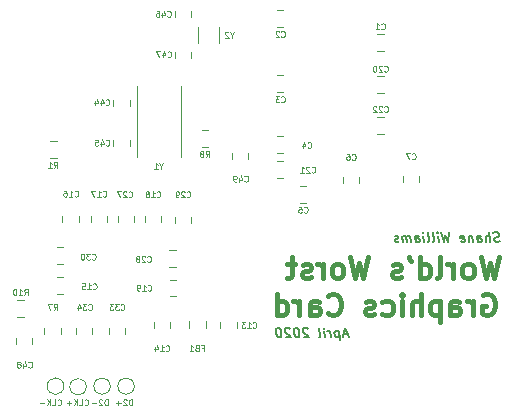
<source format=gbr>
G04 #@! TF.GenerationSoftware,KiCad,Pcbnew,(5.0.1-3-g963ef8bb5)*
G04 #@! TF.CreationDate,2020-04-18T14:55:13-02:30*
G04 #@! TF.ProjectId,graphics-card,67726170686963732D636172642E6B69,rev?*
G04 #@! TF.SameCoordinates,Original*
G04 #@! TF.FileFunction,Legend,Bot*
G04 #@! TF.FilePolarity,Positive*
%FSLAX46Y46*%
G04 Gerber Fmt 4.6, Leading zero omitted, Abs format (unit mm)*
G04 Created by KiCad (PCBNEW (5.0.1-3-g963ef8bb5)) date Saturday, April 18, 2020 at 02:55:13 pm*
%MOMM*%
%LPD*%
G01*
G04 APERTURE LIST*
%ADD10C,0.200000*%
%ADD11C,0.450000*%
%ADD12C,0.120000*%
%ADD13C,0.125000*%
G04 APERTURE END LIST*
D10*
X143230988Y-145103833D02*
X142850035Y-145103833D01*
X143335750Y-145332404D02*
X142969083Y-144532404D01*
X142802416Y-145332404D01*
X142469083Y-144799071D02*
X142569083Y-145599071D01*
X142473845Y-144837166D02*
X142392892Y-144799071D01*
X142240511Y-144799071D01*
X142169083Y-144837166D01*
X142135750Y-144875261D01*
X142107178Y-144951452D01*
X142135750Y-145180023D01*
X142183369Y-145256214D01*
X142226226Y-145294309D01*
X142307178Y-145332404D01*
X142459559Y-145332404D01*
X142530988Y-145294309D01*
X141811940Y-145332404D02*
X141745273Y-144799071D01*
X141764321Y-144951452D02*
X141716702Y-144875261D01*
X141673845Y-144837166D01*
X141592892Y-144799071D01*
X141516702Y-144799071D01*
X141316702Y-145332404D02*
X141250035Y-144799071D01*
X141216702Y-144532404D02*
X141259559Y-144570500D01*
X141226226Y-144608595D01*
X141183369Y-144570500D01*
X141216702Y-144532404D01*
X141226226Y-144608595D01*
X140821464Y-145332404D02*
X140892892Y-145294309D01*
X140921464Y-145218119D01*
X140835750Y-144532404D01*
X139854797Y-144608595D02*
X139811940Y-144570500D01*
X139730988Y-144532404D01*
X139540511Y-144532404D01*
X139469083Y-144570500D01*
X139435750Y-144608595D01*
X139407178Y-144684785D01*
X139416702Y-144760976D01*
X139469083Y-144875261D01*
X139983369Y-145332404D01*
X139488130Y-145332404D01*
X138892892Y-144532404D02*
X138816702Y-144532404D01*
X138745273Y-144570500D01*
X138711940Y-144608595D01*
X138683369Y-144684785D01*
X138664321Y-144837166D01*
X138688130Y-145027642D01*
X138745273Y-145180023D01*
X138792892Y-145256214D01*
X138835750Y-145294309D01*
X138916702Y-145332404D01*
X138992892Y-145332404D01*
X139064321Y-145294309D01*
X139097654Y-145256214D01*
X139126226Y-145180023D01*
X139145273Y-145027642D01*
X139121464Y-144837166D01*
X139064321Y-144684785D01*
X139016702Y-144608595D01*
X138973845Y-144570500D01*
X138892892Y-144532404D01*
X138330988Y-144608595D02*
X138288130Y-144570500D01*
X138207178Y-144532404D01*
X138016702Y-144532404D01*
X137945273Y-144570500D01*
X137911940Y-144608595D01*
X137883369Y-144684785D01*
X137892892Y-144760976D01*
X137945273Y-144875261D01*
X138459559Y-145332404D01*
X137964321Y-145332404D01*
X137369083Y-144532404D02*
X137292892Y-144532404D01*
X137221464Y-144570500D01*
X137188130Y-144608595D01*
X137159559Y-144684785D01*
X137140511Y-144837166D01*
X137164321Y-145027642D01*
X137221464Y-145180023D01*
X137269083Y-145256214D01*
X137311940Y-145294309D01*
X137392892Y-145332404D01*
X137469083Y-145332404D01*
X137540511Y-145294309D01*
X137573845Y-145256214D01*
X137602416Y-145180023D01*
X137621464Y-145027642D01*
X137597654Y-144837166D01*
X137540511Y-144684785D01*
X137492892Y-144608595D01*
X137450035Y-144570500D01*
X137369083Y-144532404D01*
D11*
X156031000Y-138536285D02*
X155602428Y-140336285D01*
X155259571Y-139050571D01*
X154916714Y-140336285D01*
X154488142Y-138536285D01*
X153545285Y-140336285D02*
X153716714Y-140250571D01*
X153802428Y-140164857D01*
X153888142Y-139993428D01*
X153888142Y-139479142D01*
X153802428Y-139307714D01*
X153716714Y-139222000D01*
X153545285Y-139136285D01*
X153288142Y-139136285D01*
X153116714Y-139222000D01*
X153031000Y-139307714D01*
X152945285Y-139479142D01*
X152945285Y-139993428D01*
X153031000Y-140164857D01*
X153116714Y-140250571D01*
X153288142Y-140336285D01*
X153545285Y-140336285D01*
X152173857Y-140336285D02*
X152173857Y-139136285D01*
X152173857Y-139479142D02*
X152088142Y-139307714D01*
X152002428Y-139222000D01*
X151831000Y-139136285D01*
X151659571Y-139136285D01*
X150802428Y-140336285D02*
X150973857Y-140250571D01*
X151059571Y-140079142D01*
X151059571Y-138536285D01*
X149345285Y-140336285D02*
X149345285Y-138536285D01*
X149345285Y-140250571D02*
X149516714Y-140336285D01*
X149859571Y-140336285D01*
X150031000Y-140250571D01*
X150116714Y-140164857D01*
X150202428Y-139993428D01*
X150202428Y-139479142D01*
X150116714Y-139307714D01*
X150031000Y-139222000D01*
X149859571Y-139136285D01*
X149516714Y-139136285D01*
X149345285Y-139222000D01*
X148402428Y-138536285D02*
X148402428Y-138622000D01*
X148488142Y-138793428D01*
X148573857Y-138879142D01*
X147716714Y-140250571D02*
X147545285Y-140336285D01*
X147202428Y-140336285D01*
X147031000Y-140250571D01*
X146945285Y-140079142D01*
X146945285Y-139993428D01*
X147031000Y-139822000D01*
X147202428Y-139736285D01*
X147459571Y-139736285D01*
X147631000Y-139650571D01*
X147716714Y-139479142D01*
X147716714Y-139393428D01*
X147631000Y-139222000D01*
X147459571Y-139136285D01*
X147202428Y-139136285D01*
X147031000Y-139222000D01*
X144973857Y-138536285D02*
X144545285Y-140336285D01*
X144202428Y-139050571D01*
X143859571Y-140336285D01*
X143431000Y-138536285D01*
X142488142Y-140336285D02*
X142659571Y-140250571D01*
X142745285Y-140164857D01*
X142831000Y-139993428D01*
X142831000Y-139479142D01*
X142745285Y-139307714D01*
X142659571Y-139222000D01*
X142488142Y-139136285D01*
X142231000Y-139136285D01*
X142059571Y-139222000D01*
X141973857Y-139307714D01*
X141888142Y-139479142D01*
X141888142Y-139993428D01*
X141973857Y-140164857D01*
X142059571Y-140250571D01*
X142231000Y-140336285D01*
X142488142Y-140336285D01*
X141116714Y-140336285D02*
X141116714Y-139136285D01*
X141116714Y-139479142D02*
X141031000Y-139307714D01*
X140945285Y-139222000D01*
X140773857Y-139136285D01*
X140602428Y-139136285D01*
X140088142Y-140250571D02*
X139916714Y-140336285D01*
X139573857Y-140336285D01*
X139402428Y-140250571D01*
X139316714Y-140079142D01*
X139316714Y-139993428D01*
X139402428Y-139822000D01*
X139573857Y-139736285D01*
X139831000Y-139736285D01*
X140002428Y-139650571D01*
X140088142Y-139479142D01*
X140088142Y-139393428D01*
X140002428Y-139222000D01*
X139831000Y-139136285D01*
X139573857Y-139136285D01*
X139402428Y-139222000D01*
X138802428Y-139136285D02*
X138116714Y-139136285D01*
X138545285Y-138536285D02*
X138545285Y-140079142D01*
X138459571Y-140250571D01*
X138288142Y-140336285D01*
X138116714Y-140336285D01*
X154659571Y-141772000D02*
X154831000Y-141686285D01*
X155088142Y-141686285D01*
X155345285Y-141772000D01*
X155516714Y-141943428D01*
X155602428Y-142114857D01*
X155688142Y-142457714D01*
X155688142Y-142714857D01*
X155602428Y-143057714D01*
X155516714Y-143229142D01*
X155345285Y-143400571D01*
X155088142Y-143486285D01*
X154916714Y-143486285D01*
X154659571Y-143400571D01*
X154573857Y-143314857D01*
X154573857Y-142714857D01*
X154916714Y-142714857D01*
X153802428Y-143486285D02*
X153802428Y-142286285D01*
X153802428Y-142629142D02*
X153716714Y-142457714D01*
X153631000Y-142372000D01*
X153459571Y-142286285D01*
X153288142Y-142286285D01*
X151916714Y-143486285D02*
X151916714Y-142543428D01*
X152002428Y-142372000D01*
X152173857Y-142286285D01*
X152516714Y-142286285D01*
X152688142Y-142372000D01*
X151916714Y-143400571D02*
X152088142Y-143486285D01*
X152516714Y-143486285D01*
X152688142Y-143400571D01*
X152773857Y-143229142D01*
X152773857Y-143057714D01*
X152688142Y-142886285D01*
X152516714Y-142800571D01*
X152088142Y-142800571D01*
X151916714Y-142714857D01*
X151059571Y-142286285D02*
X151059571Y-144086285D01*
X151059571Y-142372000D02*
X150888142Y-142286285D01*
X150545285Y-142286285D01*
X150373857Y-142372000D01*
X150288142Y-142457714D01*
X150202428Y-142629142D01*
X150202428Y-143143428D01*
X150288142Y-143314857D01*
X150373857Y-143400571D01*
X150545285Y-143486285D01*
X150888142Y-143486285D01*
X151059571Y-143400571D01*
X149431000Y-143486285D02*
X149431000Y-141686285D01*
X148659571Y-143486285D02*
X148659571Y-142543428D01*
X148745285Y-142372000D01*
X148916714Y-142286285D01*
X149173857Y-142286285D01*
X149345285Y-142372000D01*
X149431000Y-142457714D01*
X147802428Y-143486285D02*
X147802428Y-142286285D01*
X147802428Y-141686285D02*
X147888142Y-141772000D01*
X147802428Y-141857714D01*
X147716714Y-141772000D01*
X147802428Y-141686285D01*
X147802428Y-141857714D01*
X146173857Y-143400571D02*
X146345285Y-143486285D01*
X146688142Y-143486285D01*
X146859571Y-143400571D01*
X146945285Y-143314857D01*
X147031000Y-143143428D01*
X147031000Y-142629142D01*
X146945285Y-142457714D01*
X146859571Y-142372000D01*
X146688142Y-142286285D01*
X146345285Y-142286285D01*
X146173857Y-142372000D01*
X145488142Y-143400571D02*
X145316714Y-143486285D01*
X144973857Y-143486285D01*
X144802428Y-143400571D01*
X144716714Y-143229142D01*
X144716714Y-143143428D01*
X144802428Y-142972000D01*
X144973857Y-142886285D01*
X145231000Y-142886285D01*
X145402428Y-142800571D01*
X145488142Y-142629142D01*
X145488142Y-142543428D01*
X145402428Y-142372000D01*
X145231000Y-142286285D01*
X144973857Y-142286285D01*
X144802428Y-142372000D01*
X141545285Y-143314857D02*
X141631000Y-143400571D01*
X141888142Y-143486285D01*
X142059571Y-143486285D01*
X142316714Y-143400571D01*
X142488142Y-143229142D01*
X142573857Y-143057714D01*
X142659571Y-142714857D01*
X142659571Y-142457714D01*
X142573857Y-142114857D01*
X142488142Y-141943428D01*
X142316714Y-141772000D01*
X142059571Y-141686285D01*
X141888142Y-141686285D01*
X141631000Y-141772000D01*
X141545285Y-141857714D01*
X140002428Y-143486285D02*
X140002428Y-142543428D01*
X140088142Y-142372000D01*
X140259571Y-142286285D01*
X140602428Y-142286285D01*
X140773857Y-142372000D01*
X140002428Y-143400571D02*
X140173857Y-143486285D01*
X140602428Y-143486285D01*
X140773857Y-143400571D01*
X140859571Y-143229142D01*
X140859571Y-143057714D01*
X140773857Y-142886285D01*
X140602428Y-142800571D01*
X140173857Y-142800571D01*
X140002428Y-142714857D01*
X139145285Y-143486285D02*
X139145285Y-142286285D01*
X139145285Y-142629142D02*
X139059571Y-142457714D01*
X138973857Y-142372000D01*
X138802428Y-142286285D01*
X138631000Y-142286285D01*
X137259571Y-143486285D02*
X137259571Y-141686285D01*
X137259571Y-143400571D02*
X137431000Y-143486285D01*
X137773857Y-143486285D01*
X137945285Y-143400571D01*
X138031000Y-143314857D01*
X138116714Y-143143428D01*
X138116714Y-142629142D01*
X138031000Y-142457714D01*
X137945285Y-142372000D01*
X137773857Y-142286285D01*
X137431000Y-142286285D01*
X137259571Y-142372000D01*
D10*
X156094321Y-137229809D02*
X155984797Y-137267904D01*
X155794321Y-137267904D01*
X155713369Y-137229809D01*
X155670511Y-137191714D01*
X155622892Y-137115523D01*
X155613369Y-137039333D01*
X155641940Y-136963142D01*
X155675273Y-136925047D01*
X155746702Y-136886952D01*
X155894321Y-136848857D01*
X155965750Y-136810761D01*
X155999083Y-136772666D01*
X156027654Y-136696476D01*
X156018130Y-136620285D01*
X155970511Y-136544095D01*
X155927654Y-136506000D01*
X155846702Y-136467904D01*
X155656226Y-136467904D01*
X155546702Y-136506000D01*
X155299083Y-137267904D02*
X155199083Y-136467904D01*
X154956226Y-137267904D02*
X154903845Y-136848857D01*
X154932416Y-136772666D01*
X155003845Y-136734571D01*
X155118130Y-136734571D01*
X155199083Y-136772666D01*
X155241940Y-136810761D01*
X154232416Y-137267904D02*
X154180035Y-136848857D01*
X154208607Y-136772666D01*
X154280035Y-136734571D01*
X154432416Y-136734571D01*
X154513369Y-136772666D01*
X154227654Y-137229809D02*
X154308607Y-137267904D01*
X154499083Y-137267904D01*
X154570511Y-137229809D01*
X154599083Y-137153619D01*
X154589559Y-137077428D01*
X154541940Y-137001238D01*
X154460988Y-136963142D01*
X154270511Y-136963142D01*
X154189559Y-136925047D01*
X153784797Y-136734571D02*
X153851464Y-137267904D01*
X153794321Y-136810761D02*
X153751464Y-136772666D01*
X153670511Y-136734571D01*
X153556226Y-136734571D01*
X153484797Y-136772666D01*
X153456226Y-136848857D01*
X153508607Y-137267904D01*
X152818130Y-137229809D02*
X152899083Y-137267904D01*
X153051464Y-137267904D01*
X153122892Y-137229809D01*
X153151464Y-137153619D01*
X153113369Y-136848857D01*
X153065750Y-136772666D01*
X152984797Y-136734571D01*
X152832416Y-136734571D01*
X152760988Y-136772666D01*
X152732416Y-136848857D01*
X152741940Y-136925047D01*
X153132416Y-137001238D01*
X151808607Y-136467904D02*
X151718130Y-137267904D01*
X151494321Y-136696476D01*
X151413369Y-137267904D01*
X151122892Y-136467904D01*
X150918130Y-137267904D02*
X150851464Y-136734571D01*
X150818130Y-136467904D02*
X150860988Y-136506000D01*
X150827654Y-136544095D01*
X150784797Y-136506000D01*
X150818130Y-136467904D01*
X150827654Y-136544095D01*
X150422892Y-137267904D02*
X150494321Y-137229809D01*
X150522892Y-137153619D01*
X150437178Y-136467904D01*
X150003845Y-137267904D02*
X150075273Y-137229809D01*
X150103845Y-137153619D01*
X150018130Y-136467904D01*
X149699083Y-137267904D02*
X149632416Y-136734571D01*
X149599083Y-136467904D02*
X149641940Y-136506000D01*
X149608607Y-136544095D01*
X149565750Y-136506000D01*
X149599083Y-136467904D01*
X149608607Y-136544095D01*
X148975273Y-137267904D02*
X148922892Y-136848857D01*
X148951464Y-136772666D01*
X149022892Y-136734571D01*
X149175273Y-136734571D01*
X149256226Y-136772666D01*
X148970511Y-137229809D02*
X149051464Y-137267904D01*
X149241940Y-137267904D01*
X149313369Y-137229809D01*
X149341940Y-137153619D01*
X149332416Y-137077428D01*
X149284797Y-137001238D01*
X149203845Y-136963142D01*
X149013369Y-136963142D01*
X148932416Y-136925047D01*
X148594321Y-137267904D02*
X148527654Y-136734571D01*
X148537178Y-136810761D02*
X148494321Y-136772666D01*
X148413369Y-136734571D01*
X148299083Y-136734571D01*
X148227654Y-136772666D01*
X148199083Y-136848857D01*
X148251464Y-137267904D01*
X148199083Y-136848857D02*
X148151464Y-136772666D01*
X148070511Y-136734571D01*
X147956226Y-136734571D01*
X147884797Y-136772666D01*
X147856226Y-136848857D01*
X147908607Y-137267904D01*
X147560988Y-137229809D02*
X147489559Y-137267904D01*
X147337178Y-137267904D01*
X147256226Y-137229809D01*
X147208607Y-137153619D01*
X147203845Y-137115523D01*
X147232416Y-137039333D01*
X147303845Y-137001238D01*
X147418130Y-137001238D01*
X147489559Y-136963142D01*
X147518130Y-136886952D01*
X147513369Y-136848857D01*
X147465750Y-136772666D01*
X147384797Y-136734571D01*
X147270511Y-136734571D01*
X147199083Y-136772666D01*
D12*
G04 #@! TO.C,CLK+*
X121096000Y-149526114D02*
G75*
G03X121096000Y-149526114I-700000J0D01*
G01*
G04 #@! TO.C,C20*
X146260078Y-124662000D02*
X145742922Y-124662000D01*
X146260078Y-123242000D02*
X145742922Y-123242000D01*
G04 #@! TO.C,C44*
X124789000Y-125217422D02*
X124789000Y-125734578D01*
X123369000Y-125217422D02*
X123369000Y-125734578D01*
G04 #@! TO.C,C45*
X124789000Y-129163578D02*
X124789000Y-128646422D01*
X123369000Y-129163578D02*
X123369000Y-128646422D01*
G04 #@! TO.C,C46*
X128576000Y-117724422D02*
X128576000Y-118241578D01*
X129996000Y-117724422D02*
X129996000Y-118241578D01*
G04 #@! TO.C,C47*
X128576000Y-121670578D02*
X128576000Y-121153422D01*
X129996000Y-121670578D02*
X129996000Y-121153422D01*
G04 #@! TO.C,R8*
X130853922Y-127814000D02*
X131371078Y-127814000D01*
X130853922Y-129234000D02*
X131371078Y-129234000D01*
G04 #@! TO.C,Y1*
X125376526Y-124074783D02*
X125376526Y-130074783D01*
X129096526Y-124074783D02*
X129096526Y-130074783D01*
G04 #@! TO.C,Y2*
X130575258Y-120382585D02*
X130575258Y-119032585D01*
X132325258Y-120382585D02*
X132325258Y-119032585D01*
G04 #@! TO.C,C1*
X146260078Y-121106000D02*
X145742922Y-121106000D01*
X146260078Y-119686000D02*
X145742922Y-119686000D01*
G04 #@! TO.C,C2*
X137203922Y-117654000D02*
X137721078Y-117654000D01*
X137203922Y-119074000D02*
X137721078Y-119074000D01*
G04 #@! TO.C,C3*
X137233922Y-123115000D02*
X137751078Y-123115000D01*
X137233922Y-124535000D02*
X137751078Y-124535000D01*
G04 #@! TO.C,C4*
X137218922Y-129742000D02*
X137736078Y-129742000D01*
X137218922Y-128322000D02*
X137736078Y-128322000D01*
G04 #@! TO.C,C5*
X139172422Y-132513000D02*
X139689578Y-132513000D01*
X139172422Y-133933000D02*
X139689578Y-133933000D01*
G04 #@! TO.C,C6*
X144220000Y-132290078D02*
X144220000Y-131772922D01*
X142800000Y-132290078D02*
X142800000Y-131772922D01*
G04 #@! TO.C,C7*
X147880000Y-132211578D02*
X147880000Y-131694422D01*
X149300000Y-132211578D02*
X149300000Y-131694422D01*
G04 #@! TO.C,C13*
X133869500Y-144558278D02*
X133869500Y-144041122D01*
X132449500Y-144558278D02*
X132449500Y-144041122D01*
G04 #@! TO.C,C14*
X126798000Y-144041122D02*
X126798000Y-144558278D01*
X128218000Y-144041122D02*
X128218000Y-144558278D01*
G04 #@! TO.C,C15*
X118585722Y-140260000D02*
X119102878Y-140260000D01*
X118585722Y-141680000D02*
X119102878Y-141680000D01*
G04 #@! TO.C,C16*
X119051000Y-135074922D02*
X119051000Y-135592078D01*
X120471000Y-135074922D02*
X120471000Y-135592078D01*
G04 #@! TO.C,C17*
X122884000Y-135074922D02*
X122884000Y-135592078D01*
X121464000Y-135074922D02*
X121464000Y-135592078D01*
G04 #@! TO.C,C18*
X126036000Y-135074922D02*
X126036000Y-135592078D01*
X127456000Y-135074922D02*
X127456000Y-135592078D01*
G04 #@! TO.C,C19*
X128704078Y-141883200D02*
X128186922Y-141883200D01*
X128704078Y-140463200D02*
X128186922Y-140463200D01*
G04 #@! TO.C,C21*
X137203922Y-131837500D02*
X137721078Y-131837500D01*
X137203922Y-130417500D02*
X137721078Y-130417500D01*
G04 #@! TO.C,C22*
X146260078Y-128091000D02*
X145742922Y-128091000D01*
X146260078Y-126671000D02*
X145742922Y-126671000D01*
G04 #@! TO.C,C27*
X123750000Y-135044922D02*
X123750000Y-135562078D01*
X125170000Y-135044922D02*
X125170000Y-135562078D01*
G04 #@! TO.C,C28*
X128655578Y-139394000D02*
X128138422Y-139394000D01*
X128655578Y-137974000D02*
X128138422Y-137974000D01*
G04 #@! TO.C,C29*
X128576000Y-135123422D02*
X128576000Y-135640578D01*
X129996000Y-135123422D02*
X129996000Y-135640578D01*
G04 #@! TO.C,C30*
X118613422Y-137720000D02*
X119130578Y-137720000D01*
X118613422Y-139140000D02*
X119130578Y-139140000D01*
G04 #@! TO.C,C33*
X124408000Y-145087078D02*
X124408000Y-144569922D01*
X122988000Y-145087078D02*
X122988000Y-144569922D01*
G04 #@! TO.C,C34*
X120194000Y-145087078D02*
X120194000Y-144569922D01*
X121614000Y-145087078D02*
X121614000Y-144569922D01*
G04 #@! TO.C,FB1*
X129782500Y-143998422D02*
X129782500Y-144515578D01*
X131202500Y-143998422D02*
X131202500Y-144515578D01*
G04 #@! TO.C,R1*
X118056922Y-130123000D02*
X118574078Y-130123000D01*
X118056922Y-128703000D02*
X118574078Y-128703000D01*
G04 #@! TO.C,R7*
X118947000Y-145038578D02*
X118947000Y-144521422D01*
X117527000Y-145038578D02*
X117527000Y-144521422D01*
G04 #@! TO.C,D2+*
X125160000Y-149479000D02*
G75*
G03X125160000Y-149479000I-700000J0D01*
G01*
G04 #@! TO.C,D2-*
X123128000Y-149479000D02*
G75*
G03X123128000Y-149479000I-700000J0D01*
G01*
G04 #@! TO.C,CLK-*
X119191000Y-149479000D02*
G75*
G03X119191000Y-149479000I-700000J0D01*
G01*
G04 #@! TO.C,C48*
X116534000Y-145361922D02*
X116534000Y-145879078D01*
X115114000Y-145361922D02*
X115114000Y-145879078D01*
G04 #@! TO.C,C49*
X133402000Y-129740922D02*
X133402000Y-130258078D01*
X134822000Y-129740922D02*
X134822000Y-130258078D01*
G04 #@! TO.C,R10*
X115780078Y-142165000D02*
X115262922Y-142165000D01*
X115780078Y-143585000D02*
X115262922Y-143585000D01*
G04 #@! TO.C,CLK+*
D13*
X120952342Y-151054571D02*
X120976152Y-151078380D01*
X121047580Y-151102190D01*
X121095200Y-151102190D01*
X121166628Y-151078380D01*
X121214247Y-151030761D01*
X121238057Y-150983142D01*
X121261866Y-150887904D01*
X121261866Y-150816476D01*
X121238057Y-150721238D01*
X121214247Y-150673619D01*
X121166628Y-150626000D01*
X121095200Y-150602190D01*
X121047580Y-150602190D01*
X120976152Y-150626000D01*
X120952342Y-150649809D01*
X120499961Y-151102190D02*
X120738057Y-151102190D01*
X120738057Y-150602190D01*
X120333295Y-151102190D02*
X120333295Y-150602190D01*
X120047580Y-151102190D02*
X120261866Y-150816476D01*
X120047580Y-150602190D02*
X120333295Y-150887904D01*
X119833295Y-150911714D02*
X119452342Y-150911714D01*
X119642819Y-151102190D02*
X119642819Y-150721238D01*
G04 #@! TO.C,C20*
X146320628Y-122809771D02*
X146344438Y-122833580D01*
X146415866Y-122857390D01*
X146463485Y-122857390D01*
X146534914Y-122833580D01*
X146582533Y-122785961D01*
X146606342Y-122738342D01*
X146630152Y-122643104D01*
X146630152Y-122571676D01*
X146606342Y-122476438D01*
X146582533Y-122428819D01*
X146534914Y-122381200D01*
X146463485Y-122357390D01*
X146415866Y-122357390D01*
X146344438Y-122381200D01*
X146320628Y-122405009D01*
X146130152Y-122405009D02*
X146106342Y-122381200D01*
X146058723Y-122357390D01*
X145939676Y-122357390D01*
X145892057Y-122381200D01*
X145868247Y-122405009D01*
X145844438Y-122452628D01*
X145844438Y-122500247D01*
X145868247Y-122571676D01*
X146153961Y-122857390D01*
X145844438Y-122857390D01*
X145534914Y-122357390D02*
X145487295Y-122357390D01*
X145439676Y-122381200D01*
X145415866Y-122405009D01*
X145392057Y-122452628D01*
X145368247Y-122547866D01*
X145368247Y-122666914D01*
X145392057Y-122762152D01*
X145415866Y-122809771D01*
X145439676Y-122833580D01*
X145487295Y-122857390D01*
X145534914Y-122857390D01*
X145582533Y-122833580D01*
X145606342Y-122809771D01*
X145630152Y-122762152D01*
X145653961Y-122666914D01*
X145653961Y-122547866D01*
X145630152Y-122452628D01*
X145606342Y-122405009D01*
X145582533Y-122381200D01*
X145534914Y-122357390D01*
G04 #@! TO.C,C44*
X122750428Y-125654571D02*
X122774238Y-125678380D01*
X122845666Y-125702190D01*
X122893285Y-125702190D01*
X122964714Y-125678380D01*
X123012333Y-125630761D01*
X123036142Y-125583142D01*
X123059952Y-125487904D01*
X123059952Y-125416476D01*
X123036142Y-125321238D01*
X123012333Y-125273619D01*
X122964714Y-125226000D01*
X122893285Y-125202190D01*
X122845666Y-125202190D01*
X122774238Y-125226000D01*
X122750428Y-125249809D01*
X122321857Y-125368857D02*
X122321857Y-125702190D01*
X122440904Y-125178380D02*
X122559952Y-125535523D01*
X122250428Y-125535523D01*
X121845666Y-125368857D02*
X121845666Y-125702190D01*
X121964714Y-125178380D02*
X122083761Y-125535523D01*
X121774238Y-125535523D01*
G04 #@! TO.C,C45*
X122749428Y-129058171D02*
X122773238Y-129081980D01*
X122844666Y-129105790D01*
X122892285Y-129105790D01*
X122963714Y-129081980D01*
X123011333Y-129034361D01*
X123035142Y-128986742D01*
X123058952Y-128891504D01*
X123058952Y-128820076D01*
X123035142Y-128724838D01*
X123011333Y-128677219D01*
X122963714Y-128629600D01*
X122892285Y-128605790D01*
X122844666Y-128605790D01*
X122773238Y-128629600D01*
X122749428Y-128653409D01*
X122320857Y-128772457D02*
X122320857Y-129105790D01*
X122439904Y-128581980D02*
X122558952Y-128939123D01*
X122249428Y-128939123D01*
X121820857Y-128605790D02*
X122058952Y-128605790D01*
X122082761Y-128843885D01*
X122058952Y-128820076D01*
X122011333Y-128796266D01*
X121892285Y-128796266D01*
X121844666Y-128820076D01*
X121820857Y-128843885D01*
X121797047Y-128891504D01*
X121797047Y-129010552D01*
X121820857Y-129058171D01*
X121844666Y-129081980D01*
X121892285Y-129105790D01*
X122011333Y-129105790D01*
X122058952Y-129081980D01*
X122082761Y-129058171D01*
G04 #@! TO.C,C46*
X127957428Y-118161571D02*
X127981238Y-118185380D01*
X128052666Y-118209190D01*
X128100285Y-118209190D01*
X128171714Y-118185380D01*
X128219333Y-118137761D01*
X128243142Y-118090142D01*
X128266952Y-117994904D01*
X128266952Y-117923476D01*
X128243142Y-117828238D01*
X128219333Y-117780619D01*
X128171714Y-117733000D01*
X128100285Y-117709190D01*
X128052666Y-117709190D01*
X127981238Y-117733000D01*
X127957428Y-117756809D01*
X127528857Y-117875857D02*
X127528857Y-118209190D01*
X127647904Y-117685380D02*
X127766952Y-118042523D01*
X127457428Y-118042523D01*
X127052666Y-117709190D02*
X127147904Y-117709190D01*
X127195523Y-117733000D01*
X127219333Y-117756809D01*
X127266952Y-117828238D01*
X127290761Y-117923476D01*
X127290761Y-118113952D01*
X127266952Y-118161571D01*
X127243142Y-118185380D01*
X127195523Y-118209190D01*
X127100285Y-118209190D01*
X127052666Y-118185380D01*
X127028857Y-118161571D01*
X127005047Y-118113952D01*
X127005047Y-117994904D01*
X127028857Y-117947285D01*
X127052666Y-117923476D01*
X127100285Y-117899666D01*
X127195523Y-117899666D01*
X127243142Y-117923476D01*
X127266952Y-117947285D01*
X127290761Y-117994904D01*
G04 #@! TO.C,C47*
X127981828Y-121590571D02*
X128005638Y-121614380D01*
X128077066Y-121638190D01*
X128124685Y-121638190D01*
X128196114Y-121614380D01*
X128243733Y-121566761D01*
X128267542Y-121519142D01*
X128291352Y-121423904D01*
X128291352Y-121352476D01*
X128267542Y-121257238D01*
X128243733Y-121209619D01*
X128196114Y-121162000D01*
X128124685Y-121138190D01*
X128077066Y-121138190D01*
X128005638Y-121162000D01*
X127981828Y-121185809D01*
X127553257Y-121304857D02*
X127553257Y-121638190D01*
X127672304Y-121114380D02*
X127791352Y-121471523D01*
X127481828Y-121471523D01*
X127338971Y-121138190D02*
X127005638Y-121138190D01*
X127219923Y-121638190D01*
G04 #@! TO.C,R8*
X131198133Y-130070990D02*
X131364800Y-129832895D01*
X131483847Y-130070990D02*
X131483847Y-129570990D01*
X131293371Y-129570990D01*
X131245752Y-129594800D01*
X131221942Y-129618609D01*
X131198133Y-129666228D01*
X131198133Y-129737657D01*
X131221942Y-129785276D01*
X131245752Y-129809085D01*
X131293371Y-129832895D01*
X131483847Y-129832895D01*
X130912419Y-129785276D02*
X130960038Y-129761466D01*
X130983847Y-129737657D01*
X131007657Y-129690038D01*
X131007657Y-129666228D01*
X130983847Y-129618609D01*
X130960038Y-129594800D01*
X130912419Y-129570990D01*
X130817180Y-129570990D01*
X130769561Y-129594800D01*
X130745752Y-129618609D01*
X130721942Y-129666228D01*
X130721942Y-129690038D01*
X130745752Y-129737657D01*
X130769561Y-129761466D01*
X130817180Y-129785276D01*
X130912419Y-129785276D01*
X130960038Y-129809085D01*
X130983847Y-129832895D01*
X131007657Y-129880514D01*
X131007657Y-129975752D01*
X130983847Y-130023371D01*
X130960038Y-130047180D01*
X130912419Y-130070990D01*
X130817180Y-130070990D01*
X130769561Y-130047180D01*
X130745752Y-130023371D01*
X130721942Y-129975752D01*
X130721942Y-129880514D01*
X130745752Y-129832895D01*
X130769561Y-129809085D01*
X130817180Y-129785276D01*
G04 #@! TO.C,Y1*
X127441295Y-130848895D02*
X127441295Y-131086990D01*
X127607961Y-130586990D02*
X127441295Y-130848895D01*
X127274628Y-130586990D01*
X126846057Y-131086990D02*
X127131771Y-131086990D01*
X126988914Y-131086990D02*
X126988914Y-130586990D01*
X127036533Y-130658419D01*
X127084152Y-130706038D01*
X127131771Y-130729847D01*
G04 #@! TO.C,Y2*
X133435695Y-119723695D02*
X133435695Y-119961790D01*
X133602361Y-119461790D02*
X133435695Y-119723695D01*
X133269028Y-119461790D01*
X133126171Y-119509409D02*
X133102361Y-119485600D01*
X133054742Y-119461790D01*
X132935695Y-119461790D01*
X132888076Y-119485600D01*
X132864266Y-119509409D01*
X132840457Y-119557028D01*
X132840457Y-119604647D01*
X132864266Y-119676076D01*
X133149980Y-119961790D01*
X132840457Y-119961790D01*
G04 #@! TO.C,C1*
X146082533Y-119202971D02*
X146106342Y-119226780D01*
X146177771Y-119250590D01*
X146225390Y-119250590D01*
X146296819Y-119226780D01*
X146344438Y-119179161D01*
X146368247Y-119131542D01*
X146392057Y-119036304D01*
X146392057Y-118964876D01*
X146368247Y-118869638D01*
X146344438Y-118822019D01*
X146296819Y-118774400D01*
X146225390Y-118750590D01*
X146177771Y-118750590D01*
X146106342Y-118774400D01*
X146082533Y-118798209D01*
X145606342Y-119250590D02*
X145892057Y-119250590D01*
X145749200Y-119250590D02*
X145749200Y-118750590D01*
X145796819Y-118822019D01*
X145844438Y-118869638D01*
X145892057Y-118893447D01*
G04 #@! TO.C,C2*
X137598933Y-119863371D02*
X137622742Y-119887180D01*
X137694171Y-119910990D01*
X137741790Y-119910990D01*
X137813219Y-119887180D01*
X137860838Y-119839561D01*
X137884647Y-119791942D01*
X137908457Y-119696704D01*
X137908457Y-119625276D01*
X137884647Y-119530038D01*
X137860838Y-119482419D01*
X137813219Y-119434800D01*
X137741790Y-119410990D01*
X137694171Y-119410990D01*
X137622742Y-119434800D01*
X137598933Y-119458609D01*
X137408457Y-119458609D02*
X137384647Y-119434800D01*
X137337028Y-119410990D01*
X137217980Y-119410990D01*
X137170361Y-119434800D01*
X137146552Y-119458609D01*
X137122742Y-119506228D01*
X137122742Y-119553847D01*
X137146552Y-119625276D01*
X137432266Y-119910990D01*
X137122742Y-119910990D01*
G04 #@! TO.C,C3*
X137598933Y-125400571D02*
X137622742Y-125424380D01*
X137694171Y-125448190D01*
X137741790Y-125448190D01*
X137813219Y-125424380D01*
X137860838Y-125376761D01*
X137884647Y-125329142D01*
X137908457Y-125233904D01*
X137908457Y-125162476D01*
X137884647Y-125067238D01*
X137860838Y-125019619D01*
X137813219Y-124972000D01*
X137741790Y-124948190D01*
X137694171Y-124948190D01*
X137622742Y-124972000D01*
X137598933Y-124995809D01*
X137432266Y-124948190D02*
X137122742Y-124948190D01*
X137289409Y-125138666D01*
X137217980Y-125138666D01*
X137170361Y-125162476D01*
X137146552Y-125186285D01*
X137122742Y-125233904D01*
X137122742Y-125352952D01*
X137146552Y-125400571D01*
X137170361Y-125424380D01*
X137217980Y-125448190D01*
X137360838Y-125448190D01*
X137408457Y-125424380D01*
X137432266Y-125400571D01*
G04 #@! TO.C,C4*
X139834133Y-129261371D02*
X139857942Y-129285180D01*
X139929371Y-129308990D01*
X139976990Y-129308990D01*
X140048419Y-129285180D01*
X140096038Y-129237561D01*
X140119847Y-129189942D01*
X140143657Y-129094704D01*
X140143657Y-129023276D01*
X140119847Y-128928038D01*
X140096038Y-128880419D01*
X140048419Y-128832800D01*
X139976990Y-128808990D01*
X139929371Y-128808990D01*
X139857942Y-128832800D01*
X139834133Y-128856609D01*
X139405561Y-128975657D02*
X139405561Y-129308990D01*
X139524609Y-128785180D02*
X139643657Y-129142323D01*
X139334133Y-129142323D01*
G04 #@! TO.C,C5*
X139529333Y-134747771D02*
X139553142Y-134771580D01*
X139624571Y-134795390D01*
X139672190Y-134795390D01*
X139743619Y-134771580D01*
X139791238Y-134723961D01*
X139815047Y-134676342D01*
X139838857Y-134581104D01*
X139838857Y-134509676D01*
X139815047Y-134414438D01*
X139791238Y-134366819D01*
X139743619Y-134319200D01*
X139672190Y-134295390D01*
X139624571Y-134295390D01*
X139553142Y-134319200D01*
X139529333Y-134343009D01*
X139076952Y-134295390D02*
X139315047Y-134295390D01*
X139338857Y-134533485D01*
X139315047Y-134509676D01*
X139267428Y-134485866D01*
X139148380Y-134485866D01*
X139100761Y-134509676D01*
X139076952Y-134533485D01*
X139053142Y-134581104D01*
X139053142Y-134700152D01*
X139076952Y-134747771D01*
X139100761Y-134771580D01*
X139148380Y-134795390D01*
X139267428Y-134795390D01*
X139315047Y-134771580D01*
X139338857Y-134747771D01*
G04 #@! TO.C,C6*
X143593333Y-130277371D02*
X143617142Y-130301180D01*
X143688571Y-130324990D01*
X143736190Y-130324990D01*
X143807619Y-130301180D01*
X143855238Y-130253561D01*
X143879047Y-130205942D01*
X143902857Y-130110704D01*
X143902857Y-130039276D01*
X143879047Y-129944038D01*
X143855238Y-129896419D01*
X143807619Y-129848800D01*
X143736190Y-129824990D01*
X143688571Y-129824990D01*
X143617142Y-129848800D01*
X143593333Y-129872609D01*
X143164761Y-129824990D02*
X143260000Y-129824990D01*
X143307619Y-129848800D01*
X143331428Y-129872609D01*
X143379047Y-129944038D01*
X143402857Y-130039276D01*
X143402857Y-130229752D01*
X143379047Y-130277371D01*
X143355238Y-130301180D01*
X143307619Y-130324990D01*
X143212380Y-130324990D01*
X143164761Y-130301180D01*
X143140952Y-130277371D01*
X143117142Y-130229752D01*
X143117142Y-130110704D01*
X143140952Y-130063085D01*
X143164761Y-130039276D01*
X143212380Y-130015466D01*
X143307619Y-130015466D01*
X143355238Y-130039276D01*
X143379047Y-130063085D01*
X143402857Y-130110704D01*
G04 #@! TO.C,C7*
X148673333Y-130226571D02*
X148697142Y-130250380D01*
X148768571Y-130274190D01*
X148816190Y-130274190D01*
X148887619Y-130250380D01*
X148935238Y-130202761D01*
X148959047Y-130155142D01*
X148982857Y-130059904D01*
X148982857Y-129988476D01*
X148959047Y-129893238D01*
X148935238Y-129845619D01*
X148887619Y-129798000D01*
X148816190Y-129774190D01*
X148768571Y-129774190D01*
X148697142Y-129798000D01*
X148673333Y-129821809D01*
X148506666Y-129774190D02*
X148173333Y-129774190D01*
X148387619Y-130274190D01*
G04 #@! TO.C,C13*
X135195428Y-144501371D02*
X135219238Y-144525180D01*
X135290666Y-144548990D01*
X135338285Y-144548990D01*
X135409714Y-144525180D01*
X135457333Y-144477561D01*
X135481142Y-144429942D01*
X135504952Y-144334704D01*
X135504952Y-144263276D01*
X135481142Y-144168038D01*
X135457333Y-144120419D01*
X135409714Y-144072800D01*
X135338285Y-144048990D01*
X135290666Y-144048990D01*
X135219238Y-144072800D01*
X135195428Y-144096609D01*
X134719238Y-144548990D02*
X135004952Y-144548990D01*
X134862095Y-144548990D02*
X134862095Y-144048990D01*
X134909714Y-144120419D01*
X134957333Y-144168038D01*
X135004952Y-144191847D01*
X134552571Y-144048990D02*
X134243047Y-144048990D01*
X134409714Y-144239466D01*
X134338285Y-144239466D01*
X134290666Y-144263276D01*
X134266857Y-144287085D01*
X134243047Y-144334704D01*
X134243047Y-144453752D01*
X134266857Y-144501371D01*
X134290666Y-144525180D01*
X134338285Y-144548990D01*
X134481142Y-144548990D01*
X134528761Y-144525180D01*
X134552571Y-144501371D01*
G04 #@! TO.C,C14*
X127829428Y-146482571D02*
X127853238Y-146506380D01*
X127924666Y-146530190D01*
X127972285Y-146530190D01*
X128043714Y-146506380D01*
X128091333Y-146458761D01*
X128115142Y-146411142D01*
X128138952Y-146315904D01*
X128138952Y-146244476D01*
X128115142Y-146149238D01*
X128091333Y-146101619D01*
X128043714Y-146054000D01*
X127972285Y-146030190D01*
X127924666Y-146030190D01*
X127853238Y-146054000D01*
X127829428Y-146077809D01*
X127353238Y-146530190D02*
X127638952Y-146530190D01*
X127496095Y-146530190D02*
X127496095Y-146030190D01*
X127543714Y-146101619D01*
X127591333Y-146149238D01*
X127638952Y-146173047D01*
X126924666Y-146196857D02*
X126924666Y-146530190D01*
X127043714Y-146006380D02*
X127162761Y-146363523D01*
X126853238Y-146363523D01*
G04 #@! TO.C,C15*
X121652628Y-141224771D02*
X121676438Y-141248580D01*
X121747866Y-141272390D01*
X121795485Y-141272390D01*
X121866914Y-141248580D01*
X121914533Y-141200961D01*
X121938342Y-141153342D01*
X121962152Y-141058104D01*
X121962152Y-140986676D01*
X121938342Y-140891438D01*
X121914533Y-140843819D01*
X121866914Y-140796200D01*
X121795485Y-140772390D01*
X121747866Y-140772390D01*
X121676438Y-140796200D01*
X121652628Y-140820009D01*
X121176438Y-141272390D02*
X121462152Y-141272390D01*
X121319295Y-141272390D02*
X121319295Y-140772390D01*
X121366914Y-140843819D01*
X121414533Y-140891438D01*
X121462152Y-140915247D01*
X120724057Y-140772390D02*
X120962152Y-140772390D01*
X120985961Y-141010485D01*
X120962152Y-140986676D01*
X120914533Y-140962866D01*
X120795485Y-140962866D01*
X120747866Y-140986676D01*
X120724057Y-141010485D01*
X120700247Y-141058104D01*
X120700247Y-141177152D01*
X120724057Y-141224771D01*
X120747866Y-141248580D01*
X120795485Y-141272390D01*
X120914533Y-141272390D01*
X120962152Y-141248580D01*
X120985961Y-141224771D01*
G04 #@! TO.C,C16*
X120107828Y-133376171D02*
X120131638Y-133399980D01*
X120203066Y-133423790D01*
X120250685Y-133423790D01*
X120322114Y-133399980D01*
X120369733Y-133352361D01*
X120393542Y-133304742D01*
X120417352Y-133209504D01*
X120417352Y-133138076D01*
X120393542Y-133042838D01*
X120369733Y-132995219D01*
X120322114Y-132947600D01*
X120250685Y-132923790D01*
X120203066Y-132923790D01*
X120131638Y-132947600D01*
X120107828Y-132971409D01*
X119631638Y-133423790D02*
X119917352Y-133423790D01*
X119774495Y-133423790D02*
X119774495Y-132923790D01*
X119822114Y-132995219D01*
X119869733Y-133042838D01*
X119917352Y-133066647D01*
X119203066Y-132923790D02*
X119298304Y-132923790D01*
X119345923Y-132947600D01*
X119369733Y-132971409D01*
X119417352Y-133042838D01*
X119441161Y-133138076D01*
X119441161Y-133328552D01*
X119417352Y-133376171D01*
X119393542Y-133399980D01*
X119345923Y-133423790D01*
X119250685Y-133423790D01*
X119203066Y-133399980D01*
X119179257Y-133376171D01*
X119155447Y-133328552D01*
X119155447Y-133209504D01*
X119179257Y-133161885D01*
X119203066Y-133138076D01*
X119250685Y-133114266D01*
X119345923Y-133114266D01*
X119393542Y-133138076D01*
X119417352Y-133161885D01*
X119441161Y-133209504D01*
G04 #@! TO.C,C17*
X122495428Y-133376171D02*
X122519238Y-133399980D01*
X122590666Y-133423790D01*
X122638285Y-133423790D01*
X122709714Y-133399980D01*
X122757333Y-133352361D01*
X122781142Y-133304742D01*
X122804952Y-133209504D01*
X122804952Y-133138076D01*
X122781142Y-133042838D01*
X122757333Y-132995219D01*
X122709714Y-132947600D01*
X122638285Y-132923790D01*
X122590666Y-132923790D01*
X122519238Y-132947600D01*
X122495428Y-132971409D01*
X122019238Y-133423790D02*
X122304952Y-133423790D01*
X122162095Y-133423790D02*
X122162095Y-132923790D01*
X122209714Y-132995219D01*
X122257333Y-133042838D01*
X122304952Y-133066647D01*
X121852571Y-132923790D02*
X121519238Y-132923790D01*
X121733523Y-133423790D01*
G04 #@! TO.C,C18*
X127067428Y-133426971D02*
X127091238Y-133450780D01*
X127162666Y-133474590D01*
X127210285Y-133474590D01*
X127281714Y-133450780D01*
X127329333Y-133403161D01*
X127353142Y-133355542D01*
X127376952Y-133260304D01*
X127376952Y-133188876D01*
X127353142Y-133093638D01*
X127329333Y-133046019D01*
X127281714Y-132998400D01*
X127210285Y-132974590D01*
X127162666Y-132974590D01*
X127091238Y-132998400D01*
X127067428Y-133022209D01*
X126591238Y-133474590D02*
X126876952Y-133474590D01*
X126734095Y-133474590D02*
X126734095Y-132974590D01*
X126781714Y-133046019D01*
X126829333Y-133093638D01*
X126876952Y-133117447D01*
X126305523Y-133188876D02*
X126353142Y-133165066D01*
X126376952Y-133141257D01*
X126400761Y-133093638D01*
X126400761Y-133069828D01*
X126376952Y-133022209D01*
X126353142Y-132998400D01*
X126305523Y-132974590D01*
X126210285Y-132974590D01*
X126162666Y-132998400D01*
X126138857Y-133022209D01*
X126115047Y-133069828D01*
X126115047Y-133093638D01*
X126138857Y-133141257D01*
X126162666Y-133165066D01*
X126210285Y-133188876D01*
X126305523Y-133188876D01*
X126353142Y-133212685D01*
X126376952Y-133236495D01*
X126400761Y-133284114D01*
X126400761Y-133379352D01*
X126376952Y-133426971D01*
X126353142Y-133450780D01*
X126305523Y-133474590D01*
X126210285Y-133474590D01*
X126162666Y-133450780D01*
X126138857Y-133426971D01*
X126115047Y-133379352D01*
X126115047Y-133284114D01*
X126138857Y-133236495D01*
X126162666Y-133212685D01*
X126210285Y-133188876D01*
G04 #@! TO.C,C19*
X126305428Y-141351771D02*
X126329238Y-141375580D01*
X126400666Y-141399390D01*
X126448285Y-141399390D01*
X126519714Y-141375580D01*
X126567333Y-141327961D01*
X126591142Y-141280342D01*
X126614952Y-141185104D01*
X126614952Y-141113676D01*
X126591142Y-141018438D01*
X126567333Y-140970819D01*
X126519714Y-140923200D01*
X126448285Y-140899390D01*
X126400666Y-140899390D01*
X126329238Y-140923200D01*
X126305428Y-140947009D01*
X125829238Y-141399390D02*
X126114952Y-141399390D01*
X125972095Y-141399390D02*
X125972095Y-140899390D01*
X126019714Y-140970819D01*
X126067333Y-141018438D01*
X126114952Y-141042247D01*
X125591142Y-141399390D02*
X125495904Y-141399390D01*
X125448285Y-141375580D01*
X125424476Y-141351771D01*
X125376857Y-141280342D01*
X125353047Y-141185104D01*
X125353047Y-140994628D01*
X125376857Y-140947009D01*
X125400666Y-140923200D01*
X125448285Y-140899390D01*
X125543523Y-140899390D01*
X125591142Y-140923200D01*
X125614952Y-140947009D01*
X125638761Y-140994628D01*
X125638761Y-141113676D01*
X125614952Y-141161295D01*
X125591142Y-141185104D01*
X125543523Y-141208914D01*
X125448285Y-141208914D01*
X125400666Y-141185104D01*
X125376857Y-141161295D01*
X125353047Y-141113676D01*
G04 #@! TO.C,C21*
X140173828Y-131344171D02*
X140197638Y-131367980D01*
X140269066Y-131391790D01*
X140316685Y-131391790D01*
X140388114Y-131367980D01*
X140435733Y-131320361D01*
X140459542Y-131272742D01*
X140483352Y-131177504D01*
X140483352Y-131106076D01*
X140459542Y-131010838D01*
X140435733Y-130963219D01*
X140388114Y-130915600D01*
X140316685Y-130891790D01*
X140269066Y-130891790D01*
X140197638Y-130915600D01*
X140173828Y-130939409D01*
X139983352Y-130939409D02*
X139959542Y-130915600D01*
X139911923Y-130891790D01*
X139792876Y-130891790D01*
X139745257Y-130915600D01*
X139721447Y-130939409D01*
X139697638Y-130987028D01*
X139697638Y-131034647D01*
X139721447Y-131106076D01*
X140007161Y-131391790D01*
X139697638Y-131391790D01*
X139221447Y-131391790D02*
X139507161Y-131391790D01*
X139364304Y-131391790D02*
X139364304Y-130891790D01*
X139411923Y-130963219D01*
X139459542Y-131010838D01*
X139507161Y-131034647D01*
G04 #@! TO.C,C22*
X146322928Y-126213371D02*
X146346738Y-126237180D01*
X146418166Y-126260990D01*
X146465785Y-126260990D01*
X146537214Y-126237180D01*
X146584833Y-126189561D01*
X146608642Y-126141942D01*
X146632452Y-126046704D01*
X146632452Y-125975276D01*
X146608642Y-125880038D01*
X146584833Y-125832419D01*
X146537214Y-125784800D01*
X146465785Y-125760990D01*
X146418166Y-125760990D01*
X146346738Y-125784800D01*
X146322928Y-125808609D01*
X146132452Y-125808609D02*
X146108642Y-125784800D01*
X146061023Y-125760990D01*
X145941976Y-125760990D01*
X145894357Y-125784800D01*
X145870547Y-125808609D01*
X145846738Y-125856228D01*
X145846738Y-125903847D01*
X145870547Y-125975276D01*
X146156261Y-126260990D01*
X145846738Y-126260990D01*
X145656261Y-125808609D02*
X145632452Y-125784800D01*
X145584833Y-125760990D01*
X145465785Y-125760990D01*
X145418166Y-125784800D01*
X145394357Y-125808609D01*
X145370547Y-125856228D01*
X145370547Y-125903847D01*
X145394357Y-125975276D01*
X145680071Y-126260990D01*
X145370547Y-126260990D01*
G04 #@! TO.C,C27*
X124679828Y-133426971D02*
X124703638Y-133450780D01*
X124775066Y-133474590D01*
X124822685Y-133474590D01*
X124894114Y-133450780D01*
X124941733Y-133403161D01*
X124965542Y-133355542D01*
X124989352Y-133260304D01*
X124989352Y-133188876D01*
X124965542Y-133093638D01*
X124941733Y-133046019D01*
X124894114Y-132998400D01*
X124822685Y-132974590D01*
X124775066Y-132974590D01*
X124703638Y-132998400D01*
X124679828Y-133022209D01*
X124489352Y-133022209D02*
X124465542Y-132998400D01*
X124417923Y-132974590D01*
X124298876Y-132974590D01*
X124251257Y-132998400D01*
X124227447Y-133022209D01*
X124203638Y-133069828D01*
X124203638Y-133117447D01*
X124227447Y-133188876D01*
X124513161Y-133474590D01*
X124203638Y-133474590D01*
X124036971Y-132974590D02*
X123703638Y-132974590D01*
X123917923Y-133474590D01*
G04 #@! TO.C,C28*
X126254628Y-138913371D02*
X126278438Y-138937180D01*
X126349866Y-138960990D01*
X126397485Y-138960990D01*
X126468914Y-138937180D01*
X126516533Y-138889561D01*
X126540342Y-138841942D01*
X126564152Y-138746704D01*
X126564152Y-138675276D01*
X126540342Y-138580038D01*
X126516533Y-138532419D01*
X126468914Y-138484800D01*
X126397485Y-138460990D01*
X126349866Y-138460990D01*
X126278438Y-138484800D01*
X126254628Y-138508609D01*
X126064152Y-138508609D02*
X126040342Y-138484800D01*
X125992723Y-138460990D01*
X125873676Y-138460990D01*
X125826057Y-138484800D01*
X125802247Y-138508609D01*
X125778438Y-138556228D01*
X125778438Y-138603847D01*
X125802247Y-138675276D01*
X126087961Y-138960990D01*
X125778438Y-138960990D01*
X125492723Y-138675276D02*
X125540342Y-138651466D01*
X125564152Y-138627657D01*
X125587961Y-138580038D01*
X125587961Y-138556228D01*
X125564152Y-138508609D01*
X125540342Y-138484800D01*
X125492723Y-138460990D01*
X125397485Y-138460990D01*
X125349866Y-138484800D01*
X125326057Y-138508609D01*
X125302247Y-138556228D01*
X125302247Y-138580038D01*
X125326057Y-138627657D01*
X125349866Y-138651466D01*
X125397485Y-138675276D01*
X125492723Y-138675276D01*
X125540342Y-138699085D01*
X125564152Y-138722895D01*
X125587961Y-138770514D01*
X125587961Y-138865752D01*
X125564152Y-138913371D01*
X125540342Y-138937180D01*
X125492723Y-138960990D01*
X125397485Y-138960990D01*
X125349866Y-138937180D01*
X125326057Y-138913371D01*
X125302247Y-138865752D01*
X125302247Y-138770514D01*
X125326057Y-138722895D01*
X125349866Y-138699085D01*
X125397485Y-138675276D01*
G04 #@! TO.C,C29*
X129607428Y-133426971D02*
X129631238Y-133450780D01*
X129702666Y-133474590D01*
X129750285Y-133474590D01*
X129821714Y-133450780D01*
X129869333Y-133403161D01*
X129893142Y-133355542D01*
X129916952Y-133260304D01*
X129916952Y-133188876D01*
X129893142Y-133093638D01*
X129869333Y-133046019D01*
X129821714Y-132998400D01*
X129750285Y-132974590D01*
X129702666Y-132974590D01*
X129631238Y-132998400D01*
X129607428Y-133022209D01*
X129416952Y-133022209D02*
X129393142Y-132998400D01*
X129345523Y-132974590D01*
X129226476Y-132974590D01*
X129178857Y-132998400D01*
X129155047Y-133022209D01*
X129131238Y-133069828D01*
X129131238Y-133117447D01*
X129155047Y-133188876D01*
X129440761Y-133474590D01*
X129131238Y-133474590D01*
X128893142Y-133474590D02*
X128797904Y-133474590D01*
X128750285Y-133450780D01*
X128726476Y-133426971D01*
X128678857Y-133355542D01*
X128655047Y-133260304D01*
X128655047Y-133069828D01*
X128678857Y-133022209D01*
X128702666Y-132998400D01*
X128750285Y-132974590D01*
X128845523Y-132974590D01*
X128893142Y-132998400D01*
X128916952Y-133022209D01*
X128940761Y-133069828D01*
X128940761Y-133188876D01*
X128916952Y-133236495D01*
X128893142Y-133260304D01*
X128845523Y-133284114D01*
X128750285Y-133284114D01*
X128702666Y-133260304D01*
X128678857Y-133236495D01*
X128655047Y-133188876D01*
G04 #@! TO.C,C30*
X121581028Y-138710171D02*
X121604838Y-138733980D01*
X121676266Y-138757790D01*
X121723885Y-138757790D01*
X121795314Y-138733980D01*
X121842933Y-138686361D01*
X121866742Y-138638742D01*
X121890552Y-138543504D01*
X121890552Y-138472076D01*
X121866742Y-138376838D01*
X121842933Y-138329219D01*
X121795314Y-138281600D01*
X121723885Y-138257790D01*
X121676266Y-138257790D01*
X121604838Y-138281600D01*
X121581028Y-138305409D01*
X121414361Y-138257790D02*
X121104838Y-138257790D01*
X121271504Y-138448266D01*
X121200076Y-138448266D01*
X121152457Y-138472076D01*
X121128647Y-138495885D01*
X121104838Y-138543504D01*
X121104838Y-138662552D01*
X121128647Y-138710171D01*
X121152457Y-138733980D01*
X121200076Y-138757790D01*
X121342933Y-138757790D01*
X121390552Y-138733980D01*
X121414361Y-138710171D01*
X120795314Y-138257790D02*
X120747695Y-138257790D01*
X120700076Y-138281600D01*
X120676266Y-138305409D01*
X120652457Y-138353028D01*
X120628647Y-138448266D01*
X120628647Y-138567314D01*
X120652457Y-138662552D01*
X120676266Y-138710171D01*
X120700076Y-138733980D01*
X120747695Y-138757790D01*
X120795314Y-138757790D01*
X120842933Y-138733980D01*
X120866742Y-138710171D01*
X120890552Y-138662552D01*
X120914361Y-138567314D01*
X120914361Y-138448266D01*
X120890552Y-138353028D01*
X120866742Y-138305409D01*
X120842933Y-138281600D01*
X120795314Y-138257790D01*
G04 #@! TO.C,C33*
X124019428Y-142977371D02*
X124043238Y-143001180D01*
X124114666Y-143024990D01*
X124162285Y-143024990D01*
X124233714Y-143001180D01*
X124281333Y-142953561D01*
X124305142Y-142905942D01*
X124328952Y-142810704D01*
X124328952Y-142739276D01*
X124305142Y-142644038D01*
X124281333Y-142596419D01*
X124233714Y-142548800D01*
X124162285Y-142524990D01*
X124114666Y-142524990D01*
X124043238Y-142548800D01*
X124019428Y-142572609D01*
X123852761Y-142524990D02*
X123543238Y-142524990D01*
X123709904Y-142715466D01*
X123638476Y-142715466D01*
X123590857Y-142739276D01*
X123567047Y-142763085D01*
X123543238Y-142810704D01*
X123543238Y-142929752D01*
X123567047Y-142977371D01*
X123590857Y-143001180D01*
X123638476Y-143024990D01*
X123781333Y-143024990D01*
X123828952Y-143001180D01*
X123852761Y-142977371D01*
X123376571Y-142524990D02*
X123067047Y-142524990D01*
X123233714Y-142715466D01*
X123162285Y-142715466D01*
X123114666Y-142739276D01*
X123090857Y-142763085D01*
X123067047Y-142810704D01*
X123067047Y-142929752D01*
X123090857Y-142977371D01*
X123114666Y-143001180D01*
X123162285Y-143024990D01*
X123305142Y-143024990D01*
X123352761Y-143001180D01*
X123376571Y-142977371D01*
G04 #@! TO.C,C34*
X121276228Y-142977371D02*
X121300038Y-143001180D01*
X121371466Y-143024990D01*
X121419085Y-143024990D01*
X121490514Y-143001180D01*
X121538133Y-142953561D01*
X121561942Y-142905942D01*
X121585752Y-142810704D01*
X121585752Y-142739276D01*
X121561942Y-142644038D01*
X121538133Y-142596419D01*
X121490514Y-142548800D01*
X121419085Y-142524990D01*
X121371466Y-142524990D01*
X121300038Y-142548800D01*
X121276228Y-142572609D01*
X121109561Y-142524990D02*
X120800038Y-142524990D01*
X120966704Y-142715466D01*
X120895276Y-142715466D01*
X120847657Y-142739276D01*
X120823847Y-142763085D01*
X120800038Y-142810704D01*
X120800038Y-142929752D01*
X120823847Y-142977371D01*
X120847657Y-143001180D01*
X120895276Y-143024990D01*
X121038133Y-143024990D01*
X121085752Y-143001180D01*
X121109561Y-142977371D01*
X120371466Y-142691657D02*
X120371466Y-143024990D01*
X120490514Y-142501180D02*
X120609561Y-142858323D01*
X120300038Y-142858323D01*
G04 #@! TO.C,FB1*
X130871066Y-146217485D02*
X131037733Y-146217485D01*
X131037733Y-146479390D02*
X131037733Y-145979390D01*
X130799638Y-145979390D01*
X130442495Y-146217485D02*
X130371066Y-146241295D01*
X130347257Y-146265104D01*
X130323447Y-146312723D01*
X130323447Y-146384152D01*
X130347257Y-146431771D01*
X130371066Y-146455580D01*
X130418685Y-146479390D01*
X130609161Y-146479390D01*
X130609161Y-145979390D01*
X130442495Y-145979390D01*
X130394876Y-146003200D01*
X130371066Y-146027009D01*
X130347257Y-146074628D01*
X130347257Y-146122247D01*
X130371066Y-146169866D01*
X130394876Y-146193676D01*
X130442495Y-146217485D01*
X130609161Y-146217485D01*
X129847257Y-146479390D02*
X130132971Y-146479390D01*
X129990114Y-146479390D02*
X129990114Y-145979390D01*
X130037733Y-146050819D01*
X130085352Y-146098438D01*
X130132971Y-146122247D01*
G04 #@! TO.C,R1*
X118345733Y-130985390D02*
X118512400Y-130747295D01*
X118631447Y-130985390D02*
X118631447Y-130485390D01*
X118440971Y-130485390D01*
X118393352Y-130509200D01*
X118369542Y-130533009D01*
X118345733Y-130580628D01*
X118345733Y-130652057D01*
X118369542Y-130699676D01*
X118393352Y-130723485D01*
X118440971Y-130747295D01*
X118631447Y-130747295D01*
X117869542Y-130985390D02*
X118155257Y-130985390D01*
X118012400Y-130985390D02*
X118012400Y-130485390D01*
X118060019Y-130556819D01*
X118107638Y-130604438D01*
X118155257Y-130628247D01*
G04 #@! TO.C,R7*
X118345733Y-143024990D02*
X118512400Y-142786895D01*
X118631447Y-143024990D02*
X118631447Y-142524990D01*
X118440971Y-142524990D01*
X118393352Y-142548800D01*
X118369542Y-142572609D01*
X118345733Y-142620228D01*
X118345733Y-142691657D01*
X118369542Y-142739276D01*
X118393352Y-142763085D01*
X118440971Y-142786895D01*
X118631447Y-142786895D01*
X118179066Y-142524990D02*
X117845733Y-142524990D01*
X118060019Y-143024990D01*
G04 #@! TO.C,D2+*
X124986171Y-151102190D02*
X124986171Y-150602190D01*
X124867123Y-150602190D01*
X124795695Y-150626000D01*
X124748076Y-150673619D01*
X124724266Y-150721238D01*
X124700457Y-150816476D01*
X124700457Y-150887904D01*
X124724266Y-150983142D01*
X124748076Y-151030761D01*
X124795695Y-151078380D01*
X124867123Y-151102190D01*
X124986171Y-151102190D01*
X124509980Y-150649809D02*
X124486171Y-150626000D01*
X124438552Y-150602190D01*
X124319504Y-150602190D01*
X124271885Y-150626000D01*
X124248076Y-150649809D01*
X124224266Y-150697428D01*
X124224266Y-150745047D01*
X124248076Y-150816476D01*
X124533790Y-151102190D01*
X124224266Y-151102190D01*
X124009980Y-150911714D02*
X123629028Y-150911714D01*
X123819504Y-151102190D02*
X123819504Y-150721238D01*
G04 #@! TO.C,D2-*
X122903371Y-151102190D02*
X122903371Y-150602190D01*
X122784323Y-150602190D01*
X122712895Y-150626000D01*
X122665276Y-150673619D01*
X122641466Y-150721238D01*
X122617657Y-150816476D01*
X122617657Y-150887904D01*
X122641466Y-150983142D01*
X122665276Y-151030761D01*
X122712895Y-151078380D01*
X122784323Y-151102190D01*
X122903371Y-151102190D01*
X122427180Y-150649809D02*
X122403371Y-150626000D01*
X122355752Y-150602190D01*
X122236704Y-150602190D01*
X122189085Y-150626000D01*
X122165276Y-150649809D01*
X122141466Y-150697428D01*
X122141466Y-150745047D01*
X122165276Y-150816476D01*
X122450990Y-151102190D01*
X122141466Y-151102190D01*
X121927180Y-150911714D02*
X121546228Y-150911714D01*
G04 #@! TO.C,CLK-*
X118666342Y-151054571D02*
X118690152Y-151078380D01*
X118761580Y-151102190D01*
X118809200Y-151102190D01*
X118880628Y-151078380D01*
X118928247Y-151030761D01*
X118952057Y-150983142D01*
X118975866Y-150887904D01*
X118975866Y-150816476D01*
X118952057Y-150721238D01*
X118928247Y-150673619D01*
X118880628Y-150626000D01*
X118809200Y-150602190D01*
X118761580Y-150602190D01*
X118690152Y-150626000D01*
X118666342Y-150649809D01*
X118213961Y-151102190D02*
X118452057Y-151102190D01*
X118452057Y-150602190D01*
X118047295Y-151102190D02*
X118047295Y-150602190D01*
X117761580Y-151102190D02*
X117975866Y-150816476D01*
X117761580Y-150602190D02*
X118047295Y-150887904D01*
X117547295Y-150911714D02*
X117166342Y-150911714D01*
G04 #@! TO.C,C48*
X116196228Y-147854171D02*
X116220038Y-147877980D01*
X116291466Y-147901790D01*
X116339085Y-147901790D01*
X116410514Y-147877980D01*
X116458133Y-147830361D01*
X116481942Y-147782742D01*
X116505752Y-147687504D01*
X116505752Y-147616076D01*
X116481942Y-147520838D01*
X116458133Y-147473219D01*
X116410514Y-147425600D01*
X116339085Y-147401790D01*
X116291466Y-147401790D01*
X116220038Y-147425600D01*
X116196228Y-147449409D01*
X115767657Y-147568457D02*
X115767657Y-147901790D01*
X115886704Y-147377980D02*
X116005752Y-147735123D01*
X115696228Y-147735123D01*
X115434323Y-147616076D02*
X115481942Y-147592266D01*
X115505752Y-147568457D01*
X115529561Y-147520838D01*
X115529561Y-147497028D01*
X115505752Y-147449409D01*
X115481942Y-147425600D01*
X115434323Y-147401790D01*
X115339085Y-147401790D01*
X115291466Y-147425600D01*
X115267657Y-147449409D01*
X115243847Y-147497028D01*
X115243847Y-147520838D01*
X115267657Y-147568457D01*
X115291466Y-147592266D01*
X115339085Y-147616076D01*
X115434323Y-147616076D01*
X115481942Y-147639885D01*
X115505752Y-147663695D01*
X115529561Y-147711314D01*
X115529561Y-147806552D01*
X115505752Y-147854171D01*
X115481942Y-147877980D01*
X115434323Y-147901790D01*
X115339085Y-147901790D01*
X115291466Y-147877980D01*
X115267657Y-147854171D01*
X115243847Y-147806552D01*
X115243847Y-147711314D01*
X115267657Y-147663695D01*
X115291466Y-147639885D01*
X115339085Y-147616076D01*
G04 #@! TO.C,C49*
X134484228Y-132106171D02*
X134508038Y-132129980D01*
X134579466Y-132153790D01*
X134627085Y-132153790D01*
X134698514Y-132129980D01*
X134746133Y-132082361D01*
X134769942Y-132034742D01*
X134793752Y-131939504D01*
X134793752Y-131868076D01*
X134769942Y-131772838D01*
X134746133Y-131725219D01*
X134698514Y-131677600D01*
X134627085Y-131653790D01*
X134579466Y-131653790D01*
X134508038Y-131677600D01*
X134484228Y-131701409D01*
X134055657Y-131820457D02*
X134055657Y-132153790D01*
X134174704Y-131629980D02*
X134293752Y-131987123D01*
X133984228Y-131987123D01*
X133769942Y-132153790D02*
X133674704Y-132153790D01*
X133627085Y-132129980D01*
X133603276Y-132106171D01*
X133555657Y-132034742D01*
X133531847Y-131939504D01*
X133531847Y-131749028D01*
X133555657Y-131701409D01*
X133579466Y-131677600D01*
X133627085Y-131653790D01*
X133722323Y-131653790D01*
X133769942Y-131677600D01*
X133793752Y-131701409D01*
X133817561Y-131749028D01*
X133817561Y-131868076D01*
X133793752Y-131915695D01*
X133769942Y-131939504D01*
X133722323Y-131963314D01*
X133627085Y-131963314D01*
X133579466Y-131939504D01*
X133555657Y-131915695D01*
X133531847Y-131868076D01*
G04 #@! TO.C,R10*
X115840628Y-141754990D02*
X116007295Y-141516895D01*
X116126342Y-141754990D02*
X116126342Y-141254990D01*
X115935866Y-141254990D01*
X115888247Y-141278800D01*
X115864438Y-141302609D01*
X115840628Y-141350228D01*
X115840628Y-141421657D01*
X115864438Y-141469276D01*
X115888247Y-141493085D01*
X115935866Y-141516895D01*
X116126342Y-141516895D01*
X115364438Y-141754990D02*
X115650152Y-141754990D01*
X115507295Y-141754990D02*
X115507295Y-141254990D01*
X115554914Y-141326419D01*
X115602533Y-141374038D01*
X115650152Y-141397847D01*
X115054914Y-141254990D02*
X115007295Y-141254990D01*
X114959676Y-141278800D01*
X114935866Y-141302609D01*
X114912057Y-141350228D01*
X114888247Y-141445466D01*
X114888247Y-141564514D01*
X114912057Y-141659752D01*
X114935866Y-141707371D01*
X114959676Y-141731180D01*
X115007295Y-141754990D01*
X115054914Y-141754990D01*
X115102533Y-141731180D01*
X115126342Y-141707371D01*
X115150152Y-141659752D01*
X115173961Y-141564514D01*
X115173961Y-141445466D01*
X115150152Y-141350228D01*
X115126342Y-141302609D01*
X115102533Y-141278800D01*
X115054914Y-141254990D01*
G04 #@! TD*
M02*

</source>
